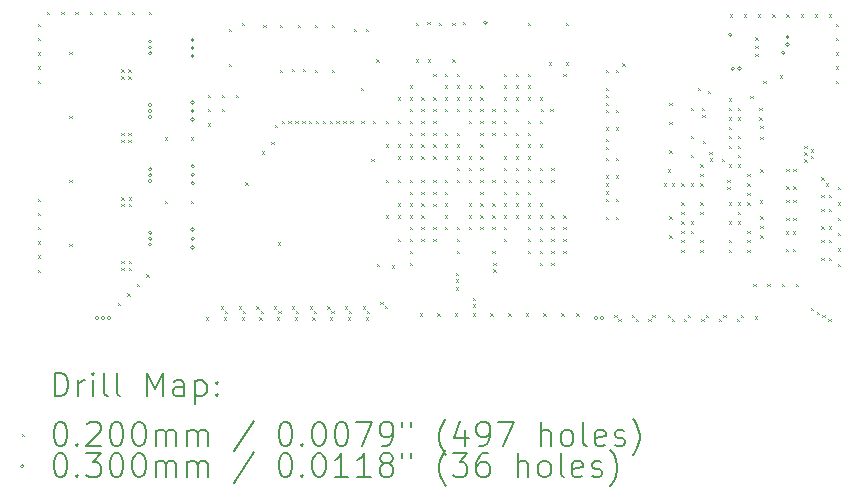
<source format=gbr>
%FSLAX45Y45*%
G04 Gerber Fmt 4.5, Leading zero omitted, Abs format (unit mm)*
G04 Created by KiCad (PCBNEW (6.0.4)) date 2022-07-06 17:02:18*
%MOMM*%
%LPD*%
G01*
G04 APERTURE LIST*
%ADD10C,0.200000*%
%ADD11C,0.020000*%
%ADD12C,0.030000*%
G04 APERTURE END LIST*
D10*
D11*
X10707500Y-8000500D02*
X10727500Y-8020500D01*
X10727500Y-8000500D02*
X10707500Y-8020500D01*
X10707500Y-8120500D02*
X10727500Y-8140500D01*
X10727500Y-8120500D02*
X10707500Y-8140500D01*
X10707500Y-8240500D02*
X10727500Y-8260500D01*
X10727500Y-8240500D02*
X10707500Y-8260500D01*
X10707500Y-8360500D02*
X10727500Y-8380500D01*
X10727500Y-8360500D02*
X10707500Y-8380500D01*
X10707500Y-8480500D02*
X10727500Y-8500500D01*
X10727500Y-8480500D02*
X10707500Y-8500500D01*
X10707500Y-9480500D02*
X10727500Y-9500500D01*
X10727500Y-9480500D02*
X10707500Y-9500500D01*
X10707500Y-9600500D02*
X10727500Y-9620500D01*
X10727500Y-9600500D02*
X10707500Y-9620500D01*
X10707500Y-9720500D02*
X10727500Y-9740500D01*
X10727500Y-9720500D02*
X10707500Y-9740500D01*
X10707500Y-9840500D02*
X10727500Y-9860500D01*
X10727500Y-9840500D02*
X10707500Y-9860500D01*
X10707500Y-9960500D02*
X10727500Y-9980500D01*
X10727500Y-9960500D02*
X10707500Y-9980500D01*
X10707500Y-10080500D02*
X10727500Y-10100500D01*
X10727500Y-10080500D02*
X10707500Y-10100500D01*
X10787500Y-7900500D02*
X10807500Y-7920500D01*
X10807500Y-7900500D02*
X10787500Y-7920500D01*
X10907500Y-7900500D02*
X10927500Y-7920500D01*
X10927500Y-7900500D02*
X10907500Y-7920500D01*
X10975000Y-8238000D02*
X10995000Y-8258000D01*
X10995000Y-8238000D02*
X10975000Y-8258000D01*
X10975000Y-8777000D02*
X10995000Y-8797000D01*
X10995000Y-8777000D02*
X10975000Y-8797000D01*
X10976000Y-9321000D02*
X10996000Y-9341000D01*
X10996000Y-9321000D02*
X10976000Y-9341000D01*
X10976000Y-9861000D02*
X10996000Y-9881000D01*
X10996000Y-9861000D02*
X10976000Y-9881000D01*
X11027500Y-7900500D02*
X11047500Y-7920500D01*
X11047500Y-7900500D02*
X11027500Y-7920500D01*
X11147500Y-7900500D02*
X11167500Y-7920500D01*
X11167500Y-7900500D02*
X11147500Y-7920500D01*
X11267500Y-7900500D02*
X11287500Y-7920500D01*
X11287500Y-7900500D02*
X11267500Y-7920500D01*
X11387500Y-7900500D02*
X11407500Y-7920500D01*
X11407500Y-7900500D02*
X11387500Y-7920500D01*
X11387500Y-10360500D02*
X11407500Y-10380500D01*
X11407500Y-10360500D02*
X11387500Y-10380500D01*
X11416000Y-8386000D02*
X11436000Y-8406000D01*
X11436000Y-8386000D02*
X11416000Y-8406000D01*
X11416000Y-8443000D02*
X11436000Y-8463000D01*
X11436000Y-8443000D02*
X11416000Y-8463000D01*
X11416000Y-8925000D02*
X11436000Y-8945000D01*
X11436000Y-8925000D02*
X11416000Y-8945000D01*
X11416000Y-8982000D02*
X11436000Y-9002000D01*
X11436000Y-8982000D02*
X11416000Y-9002000D01*
X11417000Y-9469000D02*
X11437000Y-9489000D01*
X11437000Y-9469000D02*
X11417000Y-9489000D01*
X11417000Y-9526000D02*
X11437000Y-9546000D01*
X11437000Y-9526000D02*
X11417000Y-9546000D01*
X11417000Y-10006000D02*
X11437000Y-10026000D01*
X11437000Y-10006000D02*
X11417000Y-10026000D01*
X11417000Y-10063000D02*
X11437000Y-10083000D01*
X11437000Y-10063000D02*
X11417000Y-10083000D01*
X11467500Y-10280500D02*
X11487500Y-10300500D01*
X11487500Y-10280500D02*
X11467500Y-10300500D01*
X11477000Y-8386000D02*
X11497000Y-8406000D01*
X11497000Y-8386000D02*
X11477000Y-8406000D01*
X11477000Y-8443000D02*
X11497000Y-8463000D01*
X11497000Y-8443000D02*
X11477000Y-8463000D01*
X11477000Y-8925000D02*
X11497000Y-8945000D01*
X11497000Y-8925000D02*
X11477000Y-8945000D01*
X11477000Y-8982000D02*
X11497000Y-9002000D01*
X11497000Y-8982000D02*
X11477000Y-9002000D01*
X11478000Y-9469000D02*
X11498000Y-9489000D01*
X11498000Y-9469000D02*
X11478000Y-9489000D01*
X11478000Y-9526000D02*
X11498000Y-9546000D01*
X11498000Y-9526000D02*
X11478000Y-9546000D01*
X11478000Y-10006000D02*
X11498000Y-10026000D01*
X11498000Y-10006000D02*
X11478000Y-10026000D01*
X11478000Y-10063000D02*
X11498000Y-10083000D01*
X11498000Y-10063000D02*
X11478000Y-10083000D01*
X11507500Y-7900500D02*
X11527500Y-7920500D01*
X11527500Y-7900500D02*
X11507500Y-7920500D01*
X11547500Y-10200500D02*
X11567500Y-10220500D01*
X11567500Y-10200500D02*
X11547500Y-10220500D01*
X11627500Y-10120500D02*
X11647500Y-10140500D01*
X11647500Y-10120500D02*
X11627500Y-10140500D01*
X11647500Y-7900500D02*
X11667500Y-7920500D01*
X11667500Y-7900500D02*
X11647500Y-7920500D01*
X11787500Y-8960500D02*
X11807500Y-8980500D01*
X11807500Y-8960500D02*
X11787500Y-8980500D01*
X11787500Y-9500500D02*
X11807500Y-9520500D01*
X11807500Y-9500500D02*
X11787500Y-9520500D01*
X12007500Y-8960500D02*
X12027500Y-8980500D01*
X12027500Y-8960500D02*
X12007500Y-8980500D01*
X12007500Y-9500500D02*
X12027500Y-9520500D01*
X12027500Y-9500500D02*
X12007500Y-9520500D01*
X12129500Y-10485500D02*
X12149500Y-10505500D01*
X12149500Y-10485500D02*
X12129500Y-10505500D01*
X12147500Y-8600500D02*
X12167500Y-8620500D01*
X12167500Y-8600500D02*
X12147500Y-8620500D01*
X12147500Y-8720500D02*
X12167500Y-8740500D01*
X12167500Y-8720500D02*
X12147500Y-8740500D01*
X12147500Y-8840500D02*
X12167500Y-8860500D01*
X12167500Y-8840500D02*
X12147500Y-8860500D01*
X12259822Y-10392822D02*
X12279822Y-10412822D01*
X12279822Y-10392822D02*
X12259822Y-10412822D01*
X12267500Y-8600500D02*
X12287500Y-8620500D01*
X12287500Y-8600500D02*
X12267500Y-8620500D01*
X12267500Y-8720500D02*
X12287500Y-8740500D01*
X12287500Y-8720500D02*
X12267500Y-8740500D01*
X12284500Y-10485500D02*
X12304500Y-10505500D01*
X12304500Y-10485500D02*
X12284500Y-10505500D01*
X12295178Y-10428178D02*
X12315178Y-10448178D01*
X12315178Y-10428178D02*
X12295178Y-10448178D01*
X12327500Y-8040500D02*
X12347500Y-8060500D01*
X12347500Y-8040500D02*
X12327500Y-8060500D01*
X12327500Y-8340500D02*
X12347500Y-8360500D01*
X12347500Y-8340500D02*
X12327500Y-8360500D01*
X12387500Y-8600500D02*
X12407500Y-8620500D01*
X12407500Y-8600500D02*
X12387500Y-8620500D01*
X12409822Y-10392822D02*
X12429822Y-10412822D01*
X12429822Y-10392822D02*
X12409822Y-10412822D01*
X12434500Y-10485500D02*
X12454500Y-10505500D01*
X12454500Y-10485500D02*
X12434500Y-10505500D01*
X12439000Y-7993500D02*
X12459000Y-8013500D01*
X12459000Y-7993500D02*
X12439000Y-8013500D01*
X12445178Y-10428178D02*
X12465178Y-10448178D01*
X12465178Y-10428178D02*
X12445178Y-10448178D01*
X12467500Y-9340500D02*
X12487500Y-9360500D01*
X12487500Y-9340500D02*
X12467500Y-9360500D01*
X12559822Y-10392822D02*
X12579822Y-10412822D01*
X12579822Y-10392822D02*
X12559822Y-10412822D01*
X12584500Y-10485500D02*
X12604500Y-10505500D01*
X12604500Y-10485500D02*
X12584500Y-10505500D01*
X12595178Y-10428178D02*
X12615178Y-10448178D01*
X12615178Y-10428178D02*
X12595178Y-10448178D01*
X12607500Y-9080500D02*
X12627500Y-9100500D01*
X12627500Y-9080500D02*
X12607500Y-9100500D01*
X12617500Y-8010500D02*
X12637500Y-8030500D01*
X12637500Y-8010500D02*
X12617500Y-8030500D01*
X12687500Y-9000500D02*
X12707500Y-9020500D01*
X12707500Y-9000500D02*
X12687500Y-9020500D01*
X12709822Y-10392822D02*
X12729822Y-10412822D01*
X12729822Y-10392822D02*
X12709822Y-10412822D01*
X12716500Y-8852500D02*
X12736500Y-8872500D01*
X12736500Y-8852500D02*
X12716500Y-8872500D01*
X12734500Y-10485500D02*
X12754500Y-10505500D01*
X12754500Y-10485500D02*
X12734500Y-10505500D01*
X12742500Y-9850500D02*
X12762500Y-9870500D01*
X12762500Y-9850500D02*
X12742500Y-9870500D01*
X12745178Y-10428178D02*
X12765178Y-10448178D01*
X12765178Y-10428178D02*
X12745178Y-10448178D01*
X12759500Y-8010500D02*
X12779500Y-8030500D01*
X12779500Y-8010500D02*
X12759500Y-8030500D01*
X12759500Y-8391500D02*
X12779500Y-8411500D01*
X12779500Y-8391500D02*
X12759500Y-8411500D01*
X12773500Y-8821500D02*
X12793500Y-8841500D01*
X12793500Y-8821500D02*
X12773500Y-8841500D01*
X12831600Y-8821500D02*
X12851600Y-8841500D01*
X12851600Y-8821500D02*
X12831600Y-8841500D01*
X12859822Y-10392822D02*
X12879822Y-10412822D01*
X12879822Y-10392822D02*
X12859822Y-10412822D01*
X12861500Y-8380500D02*
X12881500Y-8400500D01*
X12881500Y-8380500D02*
X12861500Y-8400500D01*
X12884500Y-10485500D02*
X12904500Y-10505500D01*
X12904500Y-10485500D02*
X12884500Y-10505500D01*
X12889700Y-8821500D02*
X12909700Y-8841500D01*
X12909700Y-8821500D02*
X12889700Y-8841500D01*
X12895178Y-10428178D02*
X12915178Y-10448178D01*
X12915178Y-10428178D02*
X12895178Y-10448178D01*
X12908500Y-8010500D02*
X12928500Y-8030500D01*
X12928500Y-8010500D02*
X12908500Y-8030500D01*
X12947800Y-8821500D02*
X12967800Y-8841500D01*
X12967800Y-8821500D02*
X12947800Y-8841500D01*
X12955500Y-8380500D02*
X12975500Y-8400500D01*
X12975500Y-8380500D02*
X12955500Y-8400500D01*
X13005900Y-8821500D02*
X13025900Y-8841500D01*
X13025900Y-8821500D02*
X13005900Y-8841500D01*
X13009822Y-10392822D02*
X13029822Y-10412822D01*
X13029822Y-10392822D02*
X13009822Y-10412822D01*
X13034500Y-10485500D02*
X13054500Y-10505500D01*
X13054500Y-10485500D02*
X13034500Y-10505500D01*
X13045178Y-10428178D02*
X13065178Y-10448178D01*
X13065178Y-10428178D02*
X13045178Y-10448178D01*
X13057500Y-8010500D02*
X13077500Y-8030500D01*
X13077500Y-8010500D02*
X13057500Y-8030500D01*
X13057500Y-8391500D02*
X13077500Y-8411500D01*
X13077500Y-8391500D02*
X13057500Y-8411500D01*
X13064000Y-8821500D02*
X13084000Y-8841500D01*
X13084000Y-8821500D02*
X13064000Y-8841500D01*
X13122100Y-8821500D02*
X13142100Y-8841500D01*
X13142100Y-8821500D02*
X13122100Y-8841500D01*
X13159822Y-10392822D02*
X13179822Y-10412822D01*
X13179822Y-10392822D02*
X13159822Y-10412822D01*
X13180200Y-8821500D02*
X13200200Y-8841500D01*
X13200200Y-8821500D02*
X13180200Y-8841500D01*
X13184500Y-10485500D02*
X13204500Y-10505500D01*
X13204500Y-10485500D02*
X13184500Y-10505500D01*
X13195178Y-10428178D02*
X13215178Y-10448178D01*
X13215178Y-10428178D02*
X13195178Y-10448178D01*
X13197500Y-8010500D02*
X13217500Y-8030500D01*
X13217500Y-8010500D02*
X13197500Y-8030500D01*
X13197500Y-8391500D02*
X13217500Y-8411500D01*
X13217500Y-8391500D02*
X13197500Y-8411500D01*
X13238300Y-8821500D02*
X13258300Y-8841500D01*
X13258300Y-8821500D02*
X13238300Y-8841500D01*
X13296400Y-8821500D02*
X13316400Y-8841500D01*
X13316400Y-8821500D02*
X13296400Y-8841500D01*
X13309822Y-10392822D02*
X13329822Y-10412822D01*
X13329822Y-10392822D02*
X13309822Y-10412822D01*
X13334500Y-10485500D02*
X13354500Y-10505500D01*
X13354500Y-10485500D02*
X13334500Y-10505500D01*
X13345178Y-10428178D02*
X13365178Y-10448178D01*
X13365178Y-10428178D02*
X13345178Y-10448178D01*
X13354500Y-8821500D02*
X13374500Y-8841500D01*
X13374500Y-8821500D02*
X13354500Y-8841500D01*
X13387500Y-8040500D02*
X13407500Y-8060500D01*
X13407500Y-8040500D02*
X13387500Y-8060500D01*
X13445500Y-8540500D02*
X13465500Y-8560500D01*
X13465500Y-8540500D02*
X13445500Y-8560500D01*
X13447500Y-8820500D02*
X13467500Y-8840500D01*
X13467500Y-8820500D02*
X13447500Y-8840500D01*
X13459822Y-10392822D02*
X13479822Y-10412822D01*
X13479822Y-10392822D02*
X13459822Y-10412822D01*
X13484500Y-10485500D02*
X13504500Y-10505500D01*
X13504500Y-10485500D02*
X13484500Y-10505500D01*
X13487500Y-8040500D02*
X13507500Y-8060500D01*
X13507500Y-8040500D02*
X13487500Y-8060500D01*
X13495178Y-10428178D02*
X13515178Y-10448178D01*
X13515178Y-10428178D02*
X13495178Y-10448178D01*
X13532575Y-9140895D02*
X13552575Y-9160895D01*
X13552575Y-9140895D02*
X13532575Y-9160895D01*
X13547500Y-8820500D02*
X13567500Y-8840500D01*
X13567500Y-8820500D02*
X13547500Y-8840500D01*
X13575500Y-8300000D02*
X13595500Y-8320000D01*
X13595500Y-8300000D02*
X13575500Y-8320000D01*
X13579500Y-10032500D02*
X13599500Y-10052500D01*
X13599500Y-10032500D02*
X13579500Y-10052500D01*
X13609822Y-10352822D02*
X13629822Y-10372822D01*
X13629822Y-10352822D02*
X13609822Y-10372822D01*
X13645178Y-10388178D02*
X13665178Y-10408178D01*
X13665178Y-10388178D02*
X13645178Y-10408178D01*
X13657500Y-8821000D02*
X13677500Y-8841000D01*
X13677500Y-8821000D02*
X13657500Y-8841000D01*
X13657500Y-9021000D02*
X13677500Y-9041000D01*
X13677500Y-9021000D02*
X13657500Y-9041000D01*
X13657500Y-9321000D02*
X13677500Y-9341000D01*
X13677500Y-9321000D02*
X13657500Y-9341000D01*
X13657500Y-9621000D02*
X13677500Y-9641000D01*
X13677500Y-9621000D02*
X13657500Y-9641000D01*
X13707500Y-10045500D02*
X13727500Y-10065500D01*
X13727500Y-10045500D02*
X13707500Y-10065500D01*
X13757500Y-8620500D02*
X13777500Y-8640500D01*
X13777500Y-8620500D02*
X13757500Y-8640500D01*
X13757500Y-8820500D02*
X13777500Y-8840500D01*
X13777500Y-8820500D02*
X13757500Y-8840500D01*
X13757500Y-9020500D02*
X13777500Y-9040500D01*
X13777500Y-9020500D02*
X13757500Y-9040500D01*
X13757500Y-9121000D02*
X13777500Y-9141000D01*
X13777500Y-9121000D02*
X13757500Y-9141000D01*
X13757500Y-9321000D02*
X13777500Y-9341000D01*
X13777500Y-9321000D02*
X13757500Y-9341000D01*
X13757500Y-9520500D02*
X13777500Y-9540500D01*
X13777500Y-9520500D02*
X13757500Y-9540500D01*
X13757500Y-9620500D02*
X13777500Y-9640500D01*
X13777500Y-9620500D02*
X13757500Y-9640500D01*
X13757500Y-9820500D02*
X13777500Y-9840500D01*
X13777500Y-9820500D02*
X13757500Y-9840500D01*
X13857500Y-8920500D02*
X13877500Y-8940500D01*
X13877500Y-8920500D02*
X13857500Y-8940500D01*
X13857500Y-9320500D02*
X13877500Y-9340500D01*
X13877500Y-9320500D02*
X13857500Y-9340500D01*
X13857500Y-9820500D02*
X13877500Y-9840500D01*
X13877500Y-9820500D02*
X13857500Y-9840500D01*
X13857500Y-8520500D02*
X13877500Y-8540500D01*
X13877500Y-8520500D02*
X13857500Y-8540500D01*
X13857500Y-8620500D02*
X13877500Y-8640500D01*
X13877500Y-8620500D02*
X13857500Y-8640500D01*
X13857500Y-8720500D02*
X13877500Y-8740500D01*
X13877500Y-8720500D02*
X13857500Y-8740500D01*
X13857500Y-8820500D02*
X13877500Y-8840500D01*
X13877500Y-8820500D02*
X13857500Y-8840500D01*
X13857500Y-9020500D02*
X13877500Y-9040500D01*
X13877500Y-9020500D02*
X13857500Y-9040500D01*
X13857500Y-9120500D02*
X13877500Y-9140500D01*
X13877500Y-9120500D02*
X13857500Y-9140500D01*
X13857500Y-9420500D02*
X13877500Y-9440500D01*
X13877500Y-9420500D02*
X13857500Y-9440500D01*
X13857500Y-9520500D02*
X13877500Y-9540500D01*
X13877500Y-9520500D02*
X13857500Y-9540500D01*
X13857500Y-9620500D02*
X13877500Y-9640500D01*
X13877500Y-9620500D02*
X13857500Y-9640500D01*
X13857500Y-9720500D02*
X13877500Y-9740500D01*
X13877500Y-9720500D02*
X13857500Y-9740500D01*
X13857500Y-9920500D02*
X13877500Y-9940500D01*
X13877500Y-9920500D02*
X13857500Y-9940500D01*
X13857500Y-10021000D02*
X13877500Y-10041000D01*
X13877500Y-10021000D02*
X13857500Y-10041000D01*
X13909736Y-8300000D02*
X13929736Y-8320000D01*
X13929736Y-8300000D02*
X13909736Y-8320000D01*
X13909750Y-7990000D02*
X13929750Y-8010000D01*
X13929750Y-7990000D02*
X13909750Y-8010000D01*
X13943500Y-10450500D02*
X13963500Y-10470500D01*
X13963500Y-10450500D02*
X13943500Y-10470500D01*
X13957500Y-8620500D02*
X13977500Y-8640500D01*
X13977500Y-8620500D02*
X13957500Y-8640500D01*
X13957500Y-8720500D02*
X13977500Y-8740500D01*
X13977500Y-8720500D02*
X13957500Y-8740500D01*
X13957500Y-8820500D02*
X13977500Y-8840500D01*
X13977500Y-8820500D02*
X13957500Y-8840500D01*
X13957500Y-8920500D02*
X13977500Y-8940500D01*
X13977500Y-8920500D02*
X13957500Y-8940500D01*
X13957500Y-9020500D02*
X13977500Y-9040500D01*
X13977500Y-9020500D02*
X13957500Y-9040500D01*
X13957500Y-9121000D02*
X13977500Y-9141000D01*
X13977500Y-9121000D02*
X13957500Y-9141000D01*
X13957500Y-9320500D02*
X13977500Y-9340500D01*
X13977500Y-9320500D02*
X13957500Y-9340500D01*
X13957500Y-9420500D02*
X13977500Y-9440500D01*
X13977500Y-9420500D02*
X13957500Y-9440500D01*
X13957500Y-9520500D02*
X13977500Y-9540500D01*
X13977500Y-9520500D02*
X13957500Y-9540500D01*
X13957500Y-9620500D02*
X13977500Y-9640500D01*
X13977500Y-9620500D02*
X13957500Y-9640500D01*
X13957500Y-9720500D02*
X13977500Y-9740500D01*
X13977500Y-9720500D02*
X13957500Y-9740500D01*
X13957500Y-9820500D02*
X13977500Y-9840500D01*
X13977500Y-9820500D02*
X13957500Y-9840500D01*
X14007500Y-7980500D02*
X14027500Y-8000500D01*
X14027500Y-7980500D02*
X14007500Y-8000500D01*
X14010000Y-8300000D02*
X14030000Y-8320000D01*
X14030000Y-8300000D02*
X14010000Y-8320000D01*
X14057500Y-9120500D02*
X14077500Y-9140500D01*
X14077500Y-9120500D02*
X14057500Y-9140500D01*
X14057500Y-8420500D02*
X14077500Y-8440500D01*
X14077500Y-8420500D02*
X14057500Y-8440500D01*
X14057500Y-8620500D02*
X14077500Y-8640500D01*
X14077500Y-8620500D02*
X14057500Y-8640500D01*
X14057500Y-8720500D02*
X14077500Y-8740500D01*
X14077500Y-8720500D02*
X14057500Y-8740500D01*
X14057500Y-8820500D02*
X14077500Y-8840500D01*
X14077500Y-8820500D02*
X14057500Y-8840500D01*
X14057500Y-8920500D02*
X14077500Y-8940500D01*
X14077500Y-8920500D02*
X14057500Y-8940500D01*
X14057500Y-9020500D02*
X14077500Y-9040500D01*
X14077500Y-9020500D02*
X14057500Y-9040500D01*
X14057500Y-9320500D02*
X14077500Y-9340500D01*
X14077500Y-9320500D02*
X14057500Y-9340500D01*
X14057500Y-9420500D02*
X14077500Y-9440500D01*
X14077500Y-9420500D02*
X14057500Y-9440500D01*
X14057500Y-9521000D02*
X14077500Y-9541000D01*
X14077500Y-9521000D02*
X14057500Y-9541000D01*
X14057500Y-9720500D02*
X14077500Y-9740500D01*
X14077500Y-9720500D02*
X14057500Y-9740500D01*
X14057500Y-9820500D02*
X14077500Y-9840500D01*
X14077500Y-9820500D02*
X14057500Y-9840500D01*
X14093125Y-10450500D02*
X14113125Y-10470500D01*
X14113125Y-10450500D02*
X14093125Y-10470500D01*
X14107250Y-7990000D02*
X14127250Y-8010000D01*
X14127250Y-7990000D02*
X14107250Y-8010000D01*
X14157500Y-8420500D02*
X14177500Y-8440500D01*
X14177500Y-8420500D02*
X14157500Y-8440500D01*
X14157500Y-8520500D02*
X14177500Y-8540500D01*
X14177500Y-8520500D02*
X14157500Y-8540500D01*
X14157500Y-8620500D02*
X14177500Y-8640500D01*
X14177500Y-8620500D02*
X14157500Y-8640500D01*
X14157500Y-8720500D02*
X14177500Y-8740500D01*
X14177500Y-8720500D02*
X14157500Y-8740500D01*
X14157500Y-8921000D02*
X14177500Y-8941000D01*
X14177500Y-8921000D02*
X14157500Y-8941000D01*
X14157500Y-9021000D02*
X14177500Y-9041000D01*
X14177500Y-9021000D02*
X14157500Y-9041000D01*
X14157500Y-9320500D02*
X14177500Y-9340500D01*
X14177500Y-9320500D02*
X14157500Y-9340500D01*
X14157500Y-9420500D02*
X14177500Y-9440500D01*
X14177500Y-9420500D02*
X14157500Y-9440500D01*
X14157500Y-9520500D02*
X14177500Y-9540500D01*
X14177500Y-9520500D02*
X14157500Y-9540500D01*
X14157500Y-9620500D02*
X14177500Y-9640500D01*
X14177500Y-9620500D02*
X14157500Y-9640500D01*
X14157500Y-9720500D02*
X14177500Y-9740500D01*
X14177500Y-9720500D02*
X14157500Y-9740500D01*
X14157500Y-9120500D02*
X14177500Y-9140500D01*
X14177500Y-9120500D02*
X14157500Y-9140500D01*
X14219250Y-7991000D02*
X14239250Y-8011000D01*
X14239250Y-7991000D02*
X14219250Y-8011000D01*
X14220000Y-8300000D02*
X14240000Y-8320000D01*
X14240000Y-8300000D02*
X14220000Y-8320000D01*
X14242750Y-10450500D02*
X14262750Y-10470500D01*
X14262750Y-10450500D02*
X14242750Y-10470500D01*
X14250000Y-10108000D02*
X14270000Y-10128000D01*
X14270000Y-10108000D02*
X14250000Y-10128000D01*
X14250000Y-10163000D02*
X14270000Y-10183000D01*
X14270000Y-10163000D02*
X14250000Y-10183000D01*
X14250500Y-10231500D02*
X14270500Y-10251500D01*
X14270500Y-10231500D02*
X14250500Y-10251500D01*
X14257500Y-8420500D02*
X14277500Y-8440500D01*
X14277500Y-8420500D02*
X14257500Y-8440500D01*
X14257500Y-8520500D02*
X14277500Y-8540500D01*
X14277500Y-8520500D02*
X14257500Y-8540500D01*
X14257500Y-8620500D02*
X14277500Y-8640500D01*
X14277500Y-8620500D02*
X14257500Y-8640500D01*
X14257500Y-8720500D02*
X14277500Y-8740500D01*
X14277500Y-8720500D02*
X14257500Y-8740500D01*
X14257500Y-8920500D02*
X14277500Y-8940500D01*
X14277500Y-8920500D02*
X14257500Y-8940500D01*
X14257500Y-9020500D02*
X14277500Y-9040500D01*
X14277500Y-9020500D02*
X14257500Y-9040500D01*
X14257500Y-9120500D02*
X14277500Y-9140500D01*
X14277500Y-9120500D02*
X14257500Y-9140500D01*
X14257500Y-9220500D02*
X14277500Y-9240500D01*
X14277500Y-9220500D02*
X14257500Y-9240500D01*
X14257500Y-9321000D02*
X14277500Y-9341000D01*
X14277500Y-9321000D02*
X14257500Y-9341000D01*
X14257500Y-9720500D02*
X14277500Y-9740500D01*
X14277500Y-9720500D02*
X14257500Y-9740500D01*
X14257500Y-9821000D02*
X14277500Y-9841000D01*
X14277500Y-9821000D02*
X14257500Y-9841000D01*
X14257500Y-9920500D02*
X14277500Y-9940500D01*
X14277500Y-9920500D02*
X14257500Y-9940500D01*
X14307500Y-7980500D02*
X14327500Y-8000500D01*
X14327500Y-7980500D02*
X14307500Y-8000500D01*
X14357500Y-8520500D02*
X14377500Y-8540500D01*
X14377500Y-8520500D02*
X14357500Y-8540500D01*
X14357500Y-8620500D02*
X14377500Y-8640500D01*
X14377500Y-8620500D02*
X14357500Y-8640500D01*
X14357500Y-8721000D02*
X14377500Y-8741000D01*
X14377500Y-8721000D02*
X14357500Y-8741000D01*
X14357500Y-8820500D02*
X14377500Y-8840500D01*
X14377500Y-8820500D02*
X14357500Y-8840500D01*
X14357500Y-9120500D02*
X14377500Y-9140500D01*
X14377500Y-9120500D02*
X14357500Y-9140500D01*
X14357500Y-9221000D02*
X14377500Y-9241000D01*
X14377500Y-9221000D02*
X14357500Y-9241000D01*
X14357500Y-9320500D02*
X14377500Y-9340500D01*
X14377500Y-9320500D02*
X14357500Y-9340500D01*
X14357500Y-9520500D02*
X14377500Y-9540500D01*
X14377500Y-9520500D02*
X14357500Y-9540500D01*
X14357500Y-9620500D02*
X14377500Y-9640500D01*
X14377500Y-9620500D02*
X14357500Y-9640500D01*
X14357500Y-9721000D02*
X14377500Y-9741000D01*
X14377500Y-9721000D02*
X14357500Y-9741000D01*
X14392375Y-10450500D02*
X14412375Y-10470500D01*
X14412375Y-10450500D02*
X14392375Y-10470500D01*
X14392500Y-10320500D02*
X14412500Y-10340500D01*
X14412500Y-10320500D02*
X14392500Y-10340500D01*
X14392500Y-10375500D02*
X14412500Y-10395500D01*
X14412500Y-10375500D02*
X14392500Y-10395500D01*
X14457500Y-8521000D02*
X14477500Y-8541000D01*
X14477500Y-8521000D02*
X14457500Y-8541000D01*
X14457500Y-8621000D02*
X14477500Y-8641000D01*
X14477500Y-8621000D02*
X14457500Y-8641000D01*
X14457500Y-8720500D02*
X14477500Y-8740500D01*
X14477500Y-8720500D02*
X14457500Y-8740500D01*
X14457500Y-8820500D02*
X14477500Y-8840500D01*
X14477500Y-8820500D02*
X14457500Y-8840500D01*
X14457500Y-8920500D02*
X14477500Y-8940500D01*
X14477500Y-8920500D02*
X14457500Y-8940500D01*
X14457500Y-9021000D02*
X14477500Y-9041000D01*
X14477500Y-9021000D02*
X14457500Y-9041000D01*
X14457500Y-9121000D02*
X14477500Y-9141000D01*
X14477500Y-9121000D02*
X14457500Y-9141000D01*
X14457500Y-9220500D02*
X14477500Y-9240500D01*
X14477500Y-9220500D02*
X14457500Y-9240500D01*
X14457500Y-9320500D02*
X14477500Y-9340500D01*
X14477500Y-9320500D02*
X14457500Y-9340500D01*
X14457500Y-9420500D02*
X14477500Y-9440500D01*
X14477500Y-9420500D02*
X14457500Y-9440500D01*
X14457500Y-9520500D02*
X14477500Y-9540500D01*
X14477500Y-9520500D02*
X14457500Y-9540500D01*
X14457500Y-9721000D02*
X14477500Y-9741000D01*
X14477500Y-9721000D02*
X14457500Y-9741000D01*
X14457500Y-9620500D02*
X14477500Y-9640500D01*
X14477500Y-9620500D02*
X14457500Y-9640500D01*
X14542000Y-10450500D02*
X14562000Y-10470500D01*
X14562000Y-10450500D02*
X14542000Y-10470500D01*
X14557500Y-8720500D02*
X14577500Y-8740500D01*
X14577500Y-8720500D02*
X14557500Y-8740500D01*
X14557500Y-8820500D02*
X14577500Y-8840500D01*
X14577500Y-8820500D02*
X14557500Y-8840500D01*
X14557500Y-8920500D02*
X14577500Y-8940500D01*
X14577500Y-8920500D02*
X14557500Y-8940500D01*
X14557500Y-9320500D02*
X14577500Y-9340500D01*
X14577500Y-9320500D02*
X14557500Y-9340500D01*
X14557500Y-9520500D02*
X14577500Y-9540500D01*
X14577500Y-9520500D02*
X14557500Y-9540500D01*
X14557500Y-9620500D02*
X14577500Y-9640500D01*
X14577500Y-9620500D02*
X14557500Y-9640500D01*
X14557500Y-9720500D02*
X14577500Y-9740500D01*
X14577500Y-9720500D02*
X14557500Y-9740500D01*
X14557500Y-9920500D02*
X14577500Y-9940500D01*
X14577500Y-9920500D02*
X14557500Y-9940500D01*
X14567500Y-10023000D02*
X14587500Y-10043000D01*
X14587500Y-10023000D02*
X14567500Y-10043000D01*
X14567500Y-10078000D02*
X14587500Y-10098000D01*
X14587500Y-10078000D02*
X14567500Y-10098000D01*
X14657500Y-8420500D02*
X14677500Y-8440500D01*
X14677500Y-8420500D02*
X14657500Y-8440500D01*
X14657500Y-8520500D02*
X14677500Y-8540500D01*
X14677500Y-8520500D02*
X14657500Y-8540500D01*
X14657500Y-8620500D02*
X14677500Y-8640500D01*
X14677500Y-8620500D02*
X14657500Y-8640500D01*
X14657500Y-8720500D02*
X14677500Y-8740500D01*
X14677500Y-8720500D02*
X14657500Y-8740500D01*
X14657500Y-8820500D02*
X14677500Y-8840500D01*
X14677500Y-8820500D02*
X14657500Y-8840500D01*
X14657500Y-9120500D02*
X14677500Y-9140500D01*
X14677500Y-9120500D02*
X14657500Y-9140500D01*
X14657500Y-9220500D02*
X14677500Y-9240500D01*
X14677500Y-9220500D02*
X14657500Y-9240500D01*
X14657500Y-9520500D02*
X14677500Y-9540500D01*
X14677500Y-9520500D02*
X14657500Y-9540500D01*
X14657500Y-9620500D02*
X14677500Y-9640500D01*
X14677500Y-9620500D02*
X14657500Y-9640500D01*
X14657500Y-9720500D02*
X14677500Y-9740500D01*
X14677500Y-9720500D02*
X14657500Y-9740500D01*
X14657500Y-8920500D02*
X14677500Y-8940500D01*
X14677500Y-8920500D02*
X14657500Y-8940500D01*
X14657500Y-9320500D02*
X14677500Y-9340500D01*
X14677500Y-9320500D02*
X14657500Y-9340500D01*
X14657500Y-9420500D02*
X14677500Y-9440500D01*
X14677500Y-9420500D02*
X14657500Y-9440500D01*
X14657500Y-9820500D02*
X14677500Y-9840500D01*
X14677500Y-9820500D02*
X14657500Y-9840500D01*
X14691625Y-10450500D02*
X14711625Y-10470500D01*
X14711625Y-10450500D02*
X14691625Y-10470500D01*
X14757500Y-8920500D02*
X14777500Y-8940500D01*
X14777500Y-8920500D02*
X14757500Y-8940500D01*
X14757500Y-8420500D02*
X14777500Y-8440500D01*
X14777500Y-8420500D02*
X14757500Y-8440500D01*
X14757500Y-8520500D02*
X14777500Y-8540500D01*
X14777500Y-8520500D02*
X14757500Y-8540500D01*
X14757500Y-8620500D02*
X14777500Y-8640500D01*
X14777500Y-8620500D02*
X14757500Y-8640500D01*
X14757500Y-8720500D02*
X14777500Y-8740500D01*
X14777500Y-8720500D02*
X14757500Y-8740500D01*
X14757500Y-9020500D02*
X14777500Y-9040500D01*
X14777500Y-9020500D02*
X14757500Y-9040500D01*
X14757500Y-9120500D02*
X14777500Y-9140500D01*
X14777500Y-9120500D02*
X14757500Y-9140500D01*
X14757500Y-9220500D02*
X14777500Y-9240500D01*
X14777500Y-9220500D02*
X14757500Y-9240500D01*
X14757500Y-9320500D02*
X14777500Y-9340500D01*
X14777500Y-9320500D02*
X14757500Y-9340500D01*
X14757500Y-9420500D02*
X14777500Y-9440500D01*
X14777500Y-9420500D02*
X14757500Y-9440500D01*
X14757500Y-9520500D02*
X14777500Y-9540500D01*
X14777500Y-9520500D02*
X14757500Y-9540500D01*
X14757500Y-9620500D02*
X14777500Y-9640500D01*
X14777500Y-9620500D02*
X14757500Y-9640500D01*
X14841250Y-10450500D02*
X14861250Y-10470500D01*
X14861250Y-10450500D02*
X14841250Y-10470500D01*
X14857500Y-7990000D02*
X14877500Y-8010000D01*
X14877500Y-7990000D02*
X14857500Y-8010000D01*
X14857500Y-8420500D02*
X14877500Y-8440500D01*
X14877500Y-8420500D02*
X14857500Y-8440500D01*
X14857500Y-8520500D02*
X14877500Y-8540500D01*
X14877500Y-8520500D02*
X14857500Y-8540500D01*
X14857500Y-8620500D02*
X14877500Y-8640500D01*
X14877500Y-8620500D02*
X14857500Y-8640500D01*
X14857500Y-8820500D02*
X14877500Y-8840500D01*
X14877500Y-8820500D02*
X14857500Y-8840500D01*
X14857500Y-8920500D02*
X14877500Y-8940500D01*
X14877500Y-8920500D02*
X14857500Y-8940500D01*
X14857500Y-9020500D02*
X14877500Y-9040500D01*
X14877500Y-9020500D02*
X14857500Y-9040500D01*
X14857500Y-9120500D02*
X14877500Y-9140500D01*
X14877500Y-9120500D02*
X14857500Y-9140500D01*
X14857500Y-9220500D02*
X14877500Y-9240500D01*
X14877500Y-9220500D02*
X14857500Y-9240500D01*
X14857500Y-9320500D02*
X14877500Y-9340500D01*
X14877500Y-9320500D02*
X14857500Y-9340500D01*
X14857500Y-9420500D02*
X14877500Y-9440500D01*
X14877500Y-9420500D02*
X14857500Y-9440500D01*
X14857500Y-9520500D02*
X14877500Y-9540500D01*
X14877500Y-9520500D02*
X14857500Y-9540500D01*
X14857500Y-9620500D02*
X14877500Y-9640500D01*
X14877500Y-9620500D02*
X14857500Y-9640500D01*
X14857500Y-9720500D02*
X14877500Y-9740500D01*
X14877500Y-9720500D02*
X14857500Y-9740500D01*
X14857500Y-9820500D02*
X14877500Y-9840500D01*
X14877500Y-9820500D02*
X14857500Y-9840500D01*
X14857500Y-9920500D02*
X14877500Y-9940500D01*
X14877500Y-9920500D02*
X14857500Y-9940500D01*
X14957250Y-10021250D02*
X14977250Y-10041250D01*
X14977250Y-10021250D02*
X14957250Y-10041250D01*
X14957500Y-8620500D02*
X14977500Y-8640500D01*
X14977500Y-8620500D02*
X14957500Y-8640500D01*
X14957500Y-8820500D02*
X14977500Y-8840500D01*
X14977500Y-8820500D02*
X14957500Y-8840500D01*
X14957500Y-9020500D02*
X14977500Y-9040500D01*
X14977500Y-9020500D02*
X14957500Y-9040500D01*
X14957500Y-9220500D02*
X14977500Y-9240500D01*
X14977500Y-9220500D02*
X14957500Y-9240500D01*
X14957500Y-9320500D02*
X14977500Y-9340500D01*
X14977500Y-9320500D02*
X14957500Y-9340500D01*
X14957500Y-9520500D02*
X14977500Y-9540500D01*
X14977500Y-9520500D02*
X14957500Y-9540500D01*
X14957500Y-9620500D02*
X14977500Y-9640500D01*
X14977500Y-9620500D02*
X14957500Y-9640500D01*
X14957500Y-9720500D02*
X14977500Y-9740500D01*
X14977500Y-9720500D02*
X14957500Y-9740500D01*
X14957500Y-9820500D02*
X14977500Y-9840500D01*
X14977500Y-9820500D02*
X14957500Y-9840500D01*
X14957500Y-9920500D02*
X14977500Y-9940500D01*
X14977500Y-9920500D02*
X14957500Y-9940500D01*
X14967500Y-8720500D02*
X14987500Y-8740500D01*
X14987500Y-8720500D02*
X14967500Y-8740500D01*
X14990875Y-10450500D02*
X15010875Y-10470500D01*
X15010875Y-10450500D02*
X14990875Y-10470500D01*
X15034500Y-8325500D02*
X15054500Y-8345500D01*
X15054500Y-8325500D02*
X15034500Y-8345500D01*
X15047500Y-8720500D02*
X15067500Y-8740500D01*
X15067500Y-8720500D02*
X15047500Y-8740500D01*
X15056449Y-9318811D02*
X15076449Y-9338811D01*
X15076449Y-9318811D02*
X15056449Y-9338811D01*
X15057500Y-9220500D02*
X15077500Y-9240500D01*
X15077500Y-9220500D02*
X15057500Y-9240500D01*
X15057500Y-9620500D02*
X15077500Y-9640500D01*
X15077500Y-9620500D02*
X15057500Y-9640500D01*
X15057500Y-9720500D02*
X15077500Y-9740500D01*
X15077500Y-9720500D02*
X15057500Y-9740500D01*
X15057500Y-9820500D02*
X15077500Y-9840500D01*
X15077500Y-9820500D02*
X15057500Y-9840500D01*
X15057500Y-9920500D02*
X15077500Y-9940500D01*
X15077500Y-9920500D02*
X15057500Y-9940500D01*
X15057500Y-10020500D02*
X15077500Y-10040500D01*
X15077500Y-10020500D02*
X15057500Y-10040500D01*
X15140500Y-10450500D02*
X15160500Y-10470500D01*
X15160500Y-10450500D02*
X15140500Y-10470500D01*
X15157500Y-8421000D02*
X15177500Y-8441000D01*
X15177500Y-8421000D02*
X15157500Y-8441000D01*
X15157500Y-9620500D02*
X15177500Y-9640500D01*
X15177500Y-9620500D02*
X15157500Y-9640500D01*
X15157500Y-9720500D02*
X15177500Y-9740500D01*
X15177500Y-9720500D02*
X15157500Y-9740500D01*
X15157500Y-9920500D02*
X15177500Y-9940500D01*
X15177500Y-9920500D02*
X15157500Y-9940500D01*
X15157500Y-9820500D02*
X15177500Y-9840500D01*
X15177500Y-9820500D02*
X15157500Y-9840500D01*
X15178250Y-7990000D02*
X15198250Y-8010000D01*
X15198250Y-7990000D02*
X15178250Y-8010000D01*
X15178500Y-8325000D02*
X15198500Y-8345000D01*
X15198500Y-8325000D02*
X15178500Y-8345000D01*
X15268500Y-10450500D02*
X15288500Y-10470500D01*
X15288500Y-10450500D02*
X15268500Y-10470500D01*
X15517500Y-8971500D02*
X15537500Y-8991500D01*
X15537500Y-8971500D02*
X15517500Y-8991500D01*
X15517500Y-9041500D02*
X15537500Y-9061500D01*
X15537500Y-9041500D02*
X15517500Y-9061500D01*
X15517500Y-9348500D02*
X15537500Y-9368500D01*
X15537500Y-9348500D02*
X15517500Y-9368500D01*
X15517500Y-9418500D02*
X15537500Y-9438500D01*
X15537500Y-9418500D02*
X15517500Y-9438500D01*
X15518500Y-8389500D02*
X15538500Y-8409500D01*
X15538500Y-8389500D02*
X15518500Y-8409500D01*
X15518500Y-8539500D02*
X15538500Y-8559500D01*
X15538500Y-8539500D02*
X15518500Y-8559500D01*
X15518500Y-8598500D02*
X15538500Y-8618500D01*
X15538500Y-8598500D02*
X15518500Y-8618500D01*
X15518500Y-8668500D02*
X15538500Y-8688500D01*
X15538500Y-8668500D02*
X15518500Y-8688500D01*
X15518500Y-8725500D02*
X15538500Y-8745500D01*
X15538500Y-8725500D02*
X15518500Y-8745500D01*
X15518500Y-8875500D02*
X15538500Y-8895500D01*
X15538500Y-8875500D02*
X15518500Y-8895500D01*
X15518500Y-9132500D02*
X15538500Y-9152500D01*
X15538500Y-9132500D02*
X15518500Y-9152500D01*
X15518500Y-9282500D02*
X15538500Y-9302500D01*
X15538500Y-9282500D02*
X15518500Y-9302500D01*
X15518500Y-9483500D02*
X15538500Y-9503500D01*
X15538500Y-9483500D02*
X15518500Y-9503500D01*
X15518500Y-9633500D02*
X15538500Y-9653500D01*
X15538500Y-9633500D02*
X15518500Y-9653500D01*
X15589822Y-10462822D02*
X15609822Y-10482822D01*
X15609822Y-10462822D02*
X15589822Y-10482822D01*
X15602500Y-8389500D02*
X15622500Y-8409500D01*
X15622500Y-8389500D02*
X15602500Y-8409500D01*
X15602500Y-8725500D02*
X15622500Y-8745500D01*
X15622500Y-8725500D02*
X15602500Y-8745500D01*
X15602500Y-8875500D02*
X15622500Y-8895500D01*
X15622500Y-8875500D02*
X15602500Y-8895500D01*
X15602500Y-9132500D02*
X15622500Y-9152500D01*
X15622500Y-9132500D02*
X15602500Y-9152500D01*
X15602500Y-9282500D02*
X15622500Y-9302500D01*
X15622500Y-9282500D02*
X15602500Y-9302500D01*
X15602500Y-9483500D02*
X15622500Y-9503500D01*
X15622500Y-9483500D02*
X15602500Y-9503500D01*
X15602500Y-9633500D02*
X15622500Y-9653500D01*
X15622500Y-9633500D02*
X15602500Y-9653500D01*
X15625178Y-10498178D02*
X15645178Y-10518178D01*
X15645178Y-10498178D02*
X15625178Y-10518178D01*
X15658500Y-8333500D02*
X15678500Y-8353500D01*
X15678500Y-8333500D02*
X15658500Y-8353500D01*
X15739822Y-10462822D02*
X15759822Y-10482822D01*
X15759822Y-10462822D02*
X15739822Y-10482822D01*
X15775178Y-10498178D02*
X15795178Y-10518178D01*
X15795178Y-10498178D02*
X15775178Y-10518178D01*
X15877239Y-10498484D02*
X15897239Y-10518484D01*
X15897239Y-10498484D02*
X15877239Y-10518484D01*
X15912594Y-10463128D02*
X15932594Y-10483128D01*
X15932594Y-10463128D02*
X15912594Y-10483128D01*
X16008500Y-9350500D02*
X16028500Y-9370500D01*
X16028500Y-9350500D02*
X16008500Y-9370500D01*
X16043822Y-10462822D02*
X16063822Y-10482822D01*
X16063822Y-10462822D02*
X16043822Y-10482822D01*
X16044500Y-9230500D02*
X16064500Y-9250500D01*
X16064500Y-9230500D02*
X16044500Y-9250500D01*
X16057500Y-8830500D02*
X16077500Y-8850500D01*
X16077500Y-8830500D02*
X16057500Y-8850500D01*
X16057500Y-9070500D02*
X16077500Y-9090500D01*
X16077500Y-9070500D02*
X16057500Y-9090500D01*
X16057500Y-9630500D02*
X16077500Y-9650500D01*
X16077500Y-9630500D02*
X16057500Y-9650500D01*
X16057500Y-8670500D02*
X16077500Y-8690500D01*
X16077500Y-8670500D02*
X16057500Y-8690500D01*
X16057500Y-9790500D02*
X16077500Y-9810500D01*
X16077500Y-9790500D02*
X16057500Y-9810500D01*
X16077500Y-9350500D02*
X16097500Y-9370500D01*
X16097500Y-9350500D02*
X16077500Y-9370500D01*
X16079178Y-10498178D02*
X16099178Y-10518178D01*
X16099178Y-10498178D02*
X16079178Y-10518178D01*
X16157500Y-9350500D02*
X16177500Y-9370500D01*
X16177500Y-9350500D02*
X16157500Y-9370500D01*
X16157500Y-9510500D02*
X16177500Y-9530500D01*
X16177500Y-9510500D02*
X16157500Y-9530500D01*
X16157500Y-9590500D02*
X16177500Y-9610500D01*
X16177500Y-9590500D02*
X16157500Y-9610500D01*
X16157500Y-9670500D02*
X16177500Y-9690500D01*
X16177500Y-9670500D02*
X16157500Y-9690500D01*
X16157500Y-9750500D02*
X16177500Y-9770500D01*
X16177500Y-9750500D02*
X16157500Y-9770500D01*
X16157500Y-9830500D02*
X16177500Y-9850500D01*
X16177500Y-9830500D02*
X16157500Y-9850500D01*
X16157500Y-9910500D02*
X16177500Y-9930500D01*
X16177500Y-9910500D02*
X16157500Y-9930500D01*
X16178822Y-10496178D02*
X16198822Y-10516178D01*
X16198822Y-10496178D02*
X16178822Y-10516178D01*
X16214178Y-10460822D02*
X16234178Y-10480822D01*
X16234178Y-10460822D02*
X16214178Y-10480822D01*
X16237500Y-8710500D02*
X16257500Y-8730500D01*
X16257500Y-8710500D02*
X16237500Y-8730500D01*
X16237500Y-8950500D02*
X16257500Y-8970500D01*
X16257500Y-8950500D02*
X16237500Y-8970500D01*
X16237500Y-9110500D02*
X16257500Y-9130500D01*
X16257500Y-9110500D02*
X16237500Y-9130500D01*
X16237500Y-9670500D02*
X16257500Y-9690500D01*
X16257500Y-9670500D02*
X16237500Y-9690500D01*
X16237500Y-9750500D02*
X16257500Y-9770500D01*
X16257500Y-9750500D02*
X16237500Y-9770500D01*
X16238500Y-9350500D02*
X16258500Y-9370500D01*
X16258500Y-9350500D02*
X16238500Y-9370500D01*
X16297500Y-8540500D02*
X16317500Y-8560500D01*
X16317500Y-8540500D02*
X16297500Y-8560500D01*
X16317500Y-9190500D02*
X16337500Y-9210500D01*
X16337500Y-9190500D02*
X16317500Y-9210500D01*
X16317500Y-9270500D02*
X16337500Y-9290500D01*
X16337500Y-9270500D02*
X16317500Y-9290500D01*
X16317500Y-9350500D02*
X16337500Y-9370500D01*
X16337500Y-9350500D02*
X16317500Y-9370500D01*
X16317500Y-9510500D02*
X16337500Y-9530500D01*
X16337500Y-9510500D02*
X16317500Y-9530500D01*
X16317500Y-9590500D02*
X16337500Y-9610500D01*
X16337500Y-9590500D02*
X16317500Y-9610500D01*
X16317500Y-9830500D02*
X16337500Y-9850500D01*
X16337500Y-9830500D02*
X16317500Y-9850500D01*
X16317500Y-9910500D02*
X16337500Y-9930500D01*
X16337500Y-9910500D02*
X16317500Y-9930500D01*
X16327822Y-10497178D02*
X16347822Y-10517178D01*
X16347822Y-10497178D02*
X16327822Y-10517178D01*
X16333500Y-8709000D02*
X16353500Y-8729000D01*
X16353500Y-8709000D02*
X16333500Y-8729000D01*
X16335500Y-8772500D02*
X16355500Y-8792500D01*
X16355500Y-8772500D02*
X16335500Y-8792500D01*
X16337500Y-8990500D02*
X16357500Y-9010500D01*
X16357500Y-8990500D02*
X16337500Y-9010500D01*
X16363178Y-10461822D02*
X16383178Y-10481822D01*
X16383178Y-10461822D02*
X16363178Y-10481822D01*
X16380500Y-8567500D02*
X16400500Y-8587500D01*
X16400500Y-8567500D02*
X16380500Y-8587500D01*
X16395500Y-9081500D02*
X16415500Y-9101500D01*
X16415500Y-9081500D02*
X16395500Y-9101500D01*
X16396500Y-9137500D02*
X16416500Y-9157500D01*
X16416500Y-9137500D02*
X16396500Y-9157500D01*
X16476822Y-10497178D02*
X16496822Y-10517178D01*
X16496822Y-10497178D02*
X16476822Y-10517178D01*
X16499500Y-9141500D02*
X16519500Y-9161500D01*
X16519500Y-9141500D02*
X16499500Y-9161500D01*
X16512178Y-10461822D02*
X16532178Y-10481822D01*
X16532178Y-10461822D02*
X16512178Y-10481822D01*
X16547500Y-9380500D02*
X16567500Y-9400500D01*
X16567500Y-9380500D02*
X16547500Y-9400500D01*
X16548500Y-9320500D02*
X16568500Y-9340500D01*
X16568500Y-9320500D02*
X16548500Y-9340500D01*
X16557500Y-8950500D02*
X16577500Y-8970500D01*
X16577500Y-8950500D02*
X16557500Y-8970500D01*
X16557500Y-8710500D02*
X16577500Y-8730500D01*
X16577500Y-8710500D02*
X16557500Y-8730500D01*
X16557500Y-8790500D02*
X16577500Y-8810500D01*
X16577500Y-8790500D02*
X16557500Y-8810500D01*
X16557500Y-8870500D02*
X16577500Y-8890500D01*
X16577500Y-8870500D02*
X16557500Y-8890500D01*
X16557500Y-9030500D02*
X16577500Y-9050500D01*
X16577500Y-9030500D02*
X16557500Y-9050500D01*
X16557500Y-9190500D02*
X16577500Y-9210500D01*
X16577500Y-9190500D02*
X16557500Y-9210500D01*
X16557500Y-9510500D02*
X16577500Y-9530500D01*
X16577500Y-9510500D02*
X16557500Y-9530500D01*
X16557500Y-9670500D02*
X16577500Y-9690500D01*
X16577500Y-9670500D02*
X16557500Y-9690500D01*
X16557500Y-9830500D02*
X16577500Y-9850500D01*
X16577500Y-9830500D02*
X16557500Y-9850500D01*
X16557500Y-9910500D02*
X16577500Y-9930500D01*
X16577500Y-9910500D02*
X16557500Y-9930500D01*
X16557500Y-8630500D02*
X16577500Y-8650500D01*
X16577500Y-8630500D02*
X16557500Y-8650500D01*
X16567500Y-7920500D02*
X16587500Y-7940500D01*
X16587500Y-7920500D02*
X16567500Y-7940500D01*
X16626822Y-10497178D02*
X16646822Y-10517178D01*
X16646822Y-10497178D02*
X16626822Y-10517178D01*
X16637500Y-9030500D02*
X16657500Y-9050500D01*
X16657500Y-9030500D02*
X16637500Y-9050500D01*
X16637500Y-8790500D02*
X16657500Y-8810500D01*
X16657500Y-8790500D02*
X16637500Y-8810500D01*
X16637500Y-8950500D02*
X16657500Y-8970500D01*
X16657500Y-8950500D02*
X16637500Y-8970500D01*
X16637500Y-9110500D02*
X16657500Y-9130500D01*
X16657500Y-9110500D02*
X16637500Y-9130500D01*
X16637500Y-9190500D02*
X16657500Y-9210500D01*
X16657500Y-9190500D02*
X16637500Y-9210500D01*
X16637500Y-9510500D02*
X16657500Y-9530500D01*
X16657500Y-9510500D02*
X16637500Y-9530500D01*
X16637500Y-9590500D02*
X16657500Y-9610500D01*
X16657500Y-9590500D02*
X16637500Y-9610500D01*
X16637500Y-9670500D02*
X16657500Y-9690500D01*
X16657500Y-9670500D02*
X16637500Y-9690500D01*
X16637500Y-8710500D02*
X16657500Y-8730500D01*
X16657500Y-8710500D02*
X16637500Y-8730500D01*
X16662178Y-10461822D02*
X16682178Y-10481822D01*
X16682178Y-10461822D02*
X16662178Y-10481822D01*
X16687500Y-7920500D02*
X16707500Y-7940500D01*
X16707500Y-7920500D02*
X16687500Y-7940500D01*
X16717500Y-9270500D02*
X16737500Y-9290500D01*
X16737500Y-9270500D02*
X16717500Y-9290500D01*
X16717500Y-9350500D02*
X16737500Y-9370500D01*
X16737500Y-9350500D02*
X16717500Y-9370500D01*
X16717500Y-9430500D02*
X16737500Y-9450500D01*
X16737500Y-9430500D02*
X16717500Y-9450500D01*
X16717500Y-9510500D02*
X16737500Y-9530500D01*
X16737500Y-9510500D02*
X16717500Y-9530500D01*
X16717500Y-9750500D02*
X16737500Y-9770500D01*
X16737500Y-9750500D02*
X16717500Y-9770500D01*
X16717500Y-9830500D02*
X16737500Y-9850500D01*
X16737500Y-9830500D02*
X16717500Y-9850500D01*
X16717500Y-9910500D02*
X16737500Y-9930500D01*
X16737500Y-9910500D02*
X16717500Y-9930500D01*
X16741500Y-8610500D02*
X16761500Y-8630500D01*
X16761500Y-8610500D02*
X16741500Y-8630500D01*
X16767500Y-10200500D02*
X16787500Y-10220500D01*
X16787500Y-10200500D02*
X16767500Y-10220500D01*
X16778000Y-10477000D02*
X16798000Y-10497000D01*
X16798000Y-10477000D02*
X16778000Y-10497000D01*
X16783500Y-8115000D02*
X16803500Y-8135000D01*
X16803500Y-8115000D02*
X16783500Y-8135000D01*
X16783500Y-8185000D02*
X16803500Y-8205000D01*
X16803500Y-8185000D02*
X16783500Y-8205000D01*
X16783500Y-8255000D02*
X16803500Y-8275000D01*
X16803500Y-8255000D02*
X16783500Y-8275000D01*
X16807500Y-7920500D02*
X16827500Y-7940500D01*
X16827500Y-7920500D02*
X16807500Y-7940500D01*
X16817500Y-8710500D02*
X16837500Y-8730500D01*
X16837500Y-8710500D02*
X16817500Y-8730500D01*
X16817500Y-8790500D02*
X16837500Y-8810500D01*
X16837500Y-8790500D02*
X16817500Y-8810500D01*
X16824000Y-9493000D02*
X16844000Y-9513000D01*
X16844000Y-9493000D02*
X16824000Y-9513000D01*
X16825500Y-8864500D02*
X16845500Y-8884500D01*
X16845500Y-8864500D02*
X16825500Y-8884500D01*
X16825500Y-8957500D02*
X16845500Y-8977500D01*
X16845500Y-8957500D02*
X16825500Y-8977500D01*
X16825500Y-9230500D02*
X16845500Y-9250500D01*
X16845500Y-9230500D02*
X16825500Y-9250500D01*
X16825500Y-9630500D02*
X16845500Y-9650500D01*
X16845500Y-9630500D02*
X16825500Y-9650500D01*
X16825500Y-9790500D02*
X16845500Y-9810500D01*
X16845500Y-9790500D02*
X16825500Y-9810500D01*
X16826000Y-9711500D02*
X16846000Y-9731500D01*
X16846000Y-9711500D02*
X16826000Y-9731500D01*
X16851500Y-8480500D02*
X16871500Y-8500500D01*
X16871500Y-8480500D02*
X16851500Y-8500500D01*
X16887500Y-10200500D02*
X16907500Y-10220500D01*
X16907500Y-10200500D02*
X16887500Y-10220500D01*
X16927500Y-7920500D02*
X16947500Y-7940500D01*
X16947500Y-7920500D02*
X16927500Y-7940500D01*
X16989500Y-8437000D02*
X17009500Y-8457000D01*
X17009500Y-8437000D02*
X16989500Y-8457000D01*
X17007500Y-10200500D02*
X17027500Y-10220500D01*
X17027500Y-10200500D02*
X17007500Y-10220500D01*
X17040540Y-9757045D02*
X17060540Y-9777045D01*
X17060540Y-9757045D02*
X17040540Y-9777045D01*
X17040540Y-9907045D02*
X17060540Y-9927045D01*
X17060540Y-9907045D02*
X17040540Y-9927045D01*
X17047500Y-7920500D02*
X17067500Y-7940500D01*
X17067500Y-7920500D02*
X17047500Y-7940500D01*
X17047500Y-9225636D02*
X17067500Y-9245636D01*
X17067500Y-9225636D02*
X17047500Y-9245636D01*
X17047500Y-9375636D02*
X17067500Y-9395636D01*
X17067500Y-9375636D02*
X17047500Y-9395636D01*
X17047500Y-9491341D02*
X17067500Y-9511341D01*
X17067500Y-9491341D02*
X17047500Y-9511341D01*
X17047500Y-9641341D02*
X17067500Y-9661341D01*
X17067500Y-9641341D02*
X17047500Y-9661341D01*
X17100540Y-9757045D02*
X17120540Y-9777045D01*
X17120540Y-9757045D02*
X17100540Y-9777045D01*
X17100540Y-9907045D02*
X17120540Y-9927045D01*
X17120540Y-9907045D02*
X17100540Y-9927045D01*
X17107500Y-9225636D02*
X17127500Y-9245636D01*
X17127500Y-9225636D02*
X17107500Y-9245636D01*
X17107500Y-9375636D02*
X17127500Y-9395636D01*
X17127500Y-9375636D02*
X17107500Y-9395636D01*
X17107500Y-9491341D02*
X17127500Y-9511341D01*
X17127500Y-9491341D02*
X17107500Y-9511341D01*
X17107500Y-9641341D02*
X17127500Y-9661341D01*
X17127500Y-9641341D02*
X17107500Y-9661341D01*
X17127500Y-10200500D02*
X17147500Y-10220500D01*
X17147500Y-10200500D02*
X17127500Y-10220500D01*
X17167500Y-7920500D02*
X17187500Y-7940500D01*
X17187500Y-7920500D02*
X17167500Y-7940500D01*
X17200540Y-9031636D02*
X17220540Y-9051636D01*
X17220540Y-9031636D02*
X17200540Y-9051636D01*
X17200540Y-9087636D02*
X17220540Y-9107636D01*
X17220540Y-9087636D02*
X17200540Y-9107636D01*
X17200540Y-9145636D02*
X17220540Y-9165636D01*
X17220540Y-9145636D02*
X17200540Y-9165636D01*
X17252500Y-10405500D02*
X17272500Y-10425500D01*
X17272500Y-10405500D02*
X17252500Y-10425500D01*
X17252540Y-9060636D02*
X17272540Y-9080636D01*
X17272540Y-9060636D02*
X17252540Y-9080636D01*
X17252540Y-9118636D02*
X17272540Y-9138636D01*
X17272540Y-9118636D02*
X17252540Y-9138636D01*
X17287500Y-7920500D02*
X17307500Y-7940500D01*
X17307500Y-7920500D02*
X17287500Y-7940500D01*
X17302500Y-10435500D02*
X17322500Y-10455500D01*
X17322500Y-10435500D02*
X17302500Y-10455500D01*
X17344080Y-9299450D02*
X17364080Y-9319450D01*
X17364080Y-9299450D02*
X17344080Y-9319450D01*
X17344080Y-9449450D02*
X17364080Y-9469450D01*
X17364080Y-9449450D02*
X17344080Y-9469450D01*
X17344080Y-9565154D02*
X17364080Y-9585154D01*
X17364080Y-9565154D02*
X17344080Y-9585154D01*
X17344080Y-9715154D02*
X17364080Y-9735154D01*
X17364080Y-9715154D02*
X17344080Y-9735154D01*
X17344080Y-9830859D02*
X17364080Y-9850859D01*
X17364080Y-9830859D02*
X17344080Y-9850859D01*
X17344080Y-9980859D02*
X17364080Y-10000859D01*
X17364080Y-9980859D02*
X17344080Y-10000859D01*
X17352500Y-10465500D02*
X17372500Y-10485500D01*
X17372500Y-10465500D02*
X17352500Y-10485500D01*
X17380500Y-9350000D02*
X17400500Y-9370000D01*
X17400500Y-9350000D02*
X17380500Y-9370000D01*
X17402500Y-10495500D02*
X17422500Y-10515500D01*
X17422500Y-10495500D02*
X17402500Y-10515500D01*
X17404080Y-9449450D02*
X17424080Y-9469450D01*
X17424080Y-9449450D02*
X17404080Y-9469450D01*
X17404080Y-9565154D02*
X17424080Y-9585154D01*
X17424080Y-9565154D02*
X17404080Y-9585154D01*
X17404080Y-9715154D02*
X17424080Y-9735154D01*
X17424080Y-9715154D02*
X17404080Y-9735154D01*
X17404080Y-9830859D02*
X17424080Y-9850859D01*
X17424080Y-9830859D02*
X17404080Y-9850859D01*
X17404080Y-9980859D02*
X17424080Y-10000859D01*
X17424080Y-9980859D02*
X17404080Y-10000859D01*
X17407500Y-7920500D02*
X17427500Y-7940500D01*
X17427500Y-7920500D02*
X17407500Y-7940500D01*
X17467500Y-8000500D02*
X17487500Y-8020500D01*
X17487500Y-8000500D02*
X17467500Y-8020500D01*
X17467500Y-8120500D02*
X17487500Y-8140500D01*
X17487500Y-8120500D02*
X17467500Y-8140500D01*
X17467500Y-8240500D02*
X17487500Y-8260500D01*
X17487500Y-8240500D02*
X17467500Y-8260500D01*
X17467500Y-8360500D02*
X17487500Y-8380500D01*
X17487500Y-8360500D02*
X17467500Y-8380500D01*
X17467500Y-8480500D02*
X17487500Y-8500500D01*
X17487500Y-8480500D02*
X17467500Y-8500500D01*
X17485500Y-9379000D02*
X17505500Y-9399000D01*
X17505500Y-9379000D02*
X17485500Y-9399000D01*
X17485500Y-9509600D02*
X17505500Y-9529600D01*
X17505500Y-9509600D02*
X17485500Y-9529600D01*
X17485500Y-9640200D02*
X17505500Y-9660200D01*
X17505500Y-9640200D02*
X17485500Y-9660200D01*
X17485500Y-9770800D02*
X17505500Y-9790800D01*
X17505500Y-9770800D02*
X17485500Y-9790800D01*
X17485500Y-9901400D02*
X17505500Y-9921400D01*
X17505500Y-9901400D02*
X17485500Y-9921400D01*
X17485500Y-10032000D02*
X17505500Y-10052000D01*
X17505500Y-10032000D02*
X17485500Y-10052000D01*
D12*
X11227500Y-10490500D02*
G75*
G03*
X11227500Y-10490500I-15000J0D01*
G01*
X11277500Y-10490500D02*
G75*
G03*
X11277500Y-10490500I-15000J0D01*
G01*
X11327500Y-10490500D02*
G75*
G03*
X11327500Y-10490500I-15000J0D01*
G01*
X11675000Y-8688000D02*
G75*
G03*
X11675000Y-8688000I-15000J0D01*
G01*
X11675000Y-8149000D02*
G75*
G03*
X11675000Y-8149000I-15000J0D01*
G01*
X11675000Y-8199000D02*
G75*
G03*
X11675000Y-8199000I-15000J0D01*
G01*
X11675000Y-8249000D02*
G75*
G03*
X11675000Y-8249000I-15000J0D01*
G01*
X11675000Y-8738000D02*
G75*
G03*
X11675000Y-8738000I-15000J0D01*
G01*
X11675000Y-8788000D02*
G75*
G03*
X11675000Y-8788000I-15000J0D01*
G01*
X11676000Y-9231000D02*
G75*
G03*
X11676000Y-9231000I-15000J0D01*
G01*
X11676000Y-9281000D02*
G75*
G03*
X11676000Y-9281000I-15000J0D01*
G01*
X11676000Y-9331000D02*
G75*
G03*
X11676000Y-9331000I-15000J0D01*
G01*
X11676000Y-9768000D02*
G75*
G03*
X11676000Y-9768000I-15000J0D01*
G01*
X11676000Y-9818000D02*
G75*
G03*
X11676000Y-9818000I-15000J0D01*
G01*
X11676000Y-9868000D02*
G75*
G03*
X11676000Y-9868000I-15000J0D01*
G01*
X12033943Y-9891943D02*
G75*
G03*
X12033943Y-9891943I-15000J0D01*
G01*
X12035000Y-8136000D02*
G75*
G03*
X12035000Y-8136000I-15000J0D01*
G01*
X12035000Y-8203500D02*
G75*
G03*
X12035000Y-8203500I-15000J0D01*
G01*
X12035000Y-8271000D02*
G75*
G03*
X12035000Y-8271000I-15000J0D01*
G01*
X12035000Y-8664500D02*
G75*
G03*
X12035000Y-8664500I-15000J0D01*
G01*
X12035000Y-8737000D02*
G75*
G03*
X12035000Y-8737000I-15000J0D01*
G01*
X12035000Y-8809500D02*
G75*
G03*
X12035000Y-8809500I-15000J0D01*
G01*
X12036000Y-9206000D02*
G75*
G03*
X12036000Y-9206000I-15000J0D01*
G01*
X12036000Y-9277250D02*
G75*
G03*
X12036000Y-9277250I-15000J0D01*
G01*
X12036000Y-9348500D02*
G75*
G03*
X12036000Y-9348500I-15000J0D01*
G01*
X12036000Y-9741500D02*
G75*
G03*
X12036000Y-9741500I-15000J0D01*
G01*
X12036000Y-9817750D02*
G75*
G03*
X12036000Y-9817750I-15000J0D01*
G01*
X14514250Y-7990000D02*
G75*
G03*
X14514250Y-7990000I-15000J0D01*
G01*
X15452500Y-10490500D02*
G75*
G03*
X15452500Y-10490500I-15000J0D01*
G01*
X15502500Y-10490500D02*
G75*
G03*
X15502500Y-10490500I-15000J0D01*
G01*
X16587500Y-8094000D02*
G75*
G03*
X16587500Y-8094000I-15000J0D01*
G01*
X16608500Y-8378000D02*
G75*
G03*
X16608500Y-8378000I-15000J0D01*
G01*
X16667500Y-8378000D02*
G75*
G03*
X16667500Y-8378000I-15000J0D01*
G01*
X17034500Y-8244000D02*
G75*
G03*
X17034500Y-8244000I-15000J0D01*
G01*
X17072500Y-8111000D02*
G75*
G03*
X17072500Y-8111000I-15000J0D01*
G01*
X17072500Y-8176000D02*
G75*
G03*
X17072500Y-8176000I-15000J0D01*
G01*
D10*
X10852119Y-11151976D02*
X10852119Y-10951976D01*
X10899738Y-10951976D01*
X10928310Y-10961500D01*
X10947357Y-10980548D01*
X10956881Y-10999595D01*
X10966405Y-11037690D01*
X10966405Y-11066262D01*
X10956881Y-11104357D01*
X10947357Y-11123405D01*
X10928310Y-11142452D01*
X10899738Y-11151976D01*
X10852119Y-11151976D01*
X11052119Y-11151976D02*
X11052119Y-11018643D01*
X11052119Y-11056738D02*
X11061643Y-11037690D01*
X11071167Y-11028167D01*
X11090214Y-11018643D01*
X11109262Y-11018643D01*
X11175929Y-11151976D02*
X11175929Y-11018643D01*
X11175929Y-10951976D02*
X11166405Y-10961500D01*
X11175929Y-10971024D01*
X11185452Y-10961500D01*
X11175929Y-10951976D01*
X11175929Y-10971024D01*
X11299738Y-11151976D02*
X11280690Y-11142452D01*
X11271167Y-11123405D01*
X11271167Y-10951976D01*
X11404500Y-11151976D02*
X11385452Y-11142452D01*
X11375928Y-11123405D01*
X11375928Y-10951976D01*
X11633071Y-11151976D02*
X11633071Y-10951976D01*
X11699738Y-11094833D01*
X11766405Y-10951976D01*
X11766405Y-11151976D01*
X11947357Y-11151976D02*
X11947357Y-11047214D01*
X11937833Y-11028167D01*
X11918786Y-11018643D01*
X11880690Y-11018643D01*
X11861643Y-11028167D01*
X11947357Y-11142452D02*
X11928309Y-11151976D01*
X11880690Y-11151976D01*
X11861643Y-11142452D01*
X11852119Y-11123405D01*
X11852119Y-11104357D01*
X11861643Y-11085310D01*
X11880690Y-11075786D01*
X11928309Y-11075786D01*
X11947357Y-11066262D01*
X12042595Y-11018643D02*
X12042595Y-11218643D01*
X12042595Y-11028167D02*
X12061643Y-11018643D01*
X12099738Y-11018643D01*
X12118786Y-11028167D01*
X12128309Y-11037690D01*
X12137833Y-11056738D01*
X12137833Y-11113881D01*
X12128309Y-11132929D01*
X12118786Y-11142452D01*
X12099738Y-11151976D01*
X12061643Y-11151976D01*
X12042595Y-11142452D01*
X12223548Y-11132929D02*
X12233071Y-11142452D01*
X12223548Y-11151976D01*
X12214024Y-11142452D01*
X12223548Y-11132929D01*
X12223548Y-11151976D01*
X12223548Y-11028167D02*
X12233071Y-11037690D01*
X12223548Y-11047214D01*
X12214024Y-11037690D01*
X12223548Y-11028167D01*
X12223548Y-11047214D01*
D11*
X10574500Y-11471500D02*
X10594500Y-11491500D01*
X10594500Y-11471500D02*
X10574500Y-11491500D01*
D10*
X10890214Y-11371976D02*
X10909262Y-11371976D01*
X10928310Y-11381500D01*
X10937833Y-11391024D01*
X10947357Y-11410071D01*
X10956881Y-11448167D01*
X10956881Y-11495786D01*
X10947357Y-11533881D01*
X10937833Y-11552928D01*
X10928310Y-11562452D01*
X10909262Y-11571976D01*
X10890214Y-11571976D01*
X10871167Y-11562452D01*
X10861643Y-11552928D01*
X10852119Y-11533881D01*
X10842595Y-11495786D01*
X10842595Y-11448167D01*
X10852119Y-11410071D01*
X10861643Y-11391024D01*
X10871167Y-11381500D01*
X10890214Y-11371976D01*
X11042595Y-11552928D02*
X11052119Y-11562452D01*
X11042595Y-11571976D01*
X11033071Y-11562452D01*
X11042595Y-11552928D01*
X11042595Y-11571976D01*
X11128310Y-11391024D02*
X11137833Y-11381500D01*
X11156881Y-11371976D01*
X11204500Y-11371976D01*
X11223548Y-11381500D01*
X11233071Y-11391024D01*
X11242595Y-11410071D01*
X11242595Y-11429119D01*
X11233071Y-11457690D01*
X11118786Y-11571976D01*
X11242595Y-11571976D01*
X11366405Y-11371976D02*
X11385452Y-11371976D01*
X11404500Y-11381500D01*
X11414024Y-11391024D01*
X11423548Y-11410071D01*
X11433071Y-11448167D01*
X11433071Y-11495786D01*
X11423548Y-11533881D01*
X11414024Y-11552928D01*
X11404500Y-11562452D01*
X11385452Y-11571976D01*
X11366405Y-11571976D01*
X11347357Y-11562452D01*
X11337833Y-11552928D01*
X11328309Y-11533881D01*
X11318786Y-11495786D01*
X11318786Y-11448167D01*
X11328309Y-11410071D01*
X11337833Y-11391024D01*
X11347357Y-11381500D01*
X11366405Y-11371976D01*
X11556881Y-11371976D02*
X11575928Y-11371976D01*
X11594976Y-11381500D01*
X11604500Y-11391024D01*
X11614024Y-11410071D01*
X11623548Y-11448167D01*
X11623548Y-11495786D01*
X11614024Y-11533881D01*
X11604500Y-11552928D01*
X11594976Y-11562452D01*
X11575928Y-11571976D01*
X11556881Y-11571976D01*
X11537833Y-11562452D01*
X11528309Y-11552928D01*
X11518786Y-11533881D01*
X11509262Y-11495786D01*
X11509262Y-11448167D01*
X11518786Y-11410071D01*
X11528309Y-11391024D01*
X11537833Y-11381500D01*
X11556881Y-11371976D01*
X11709262Y-11571976D02*
X11709262Y-11438643D01*
X11709262Y-11457690D02*
X11718786Y-11448167D01*
X11737833Y-11438643D01*
X11766405Y-11438643D01*
X11785452Y-11448167D01*
X11794976Y-11467214D01*
X11794976Y-11571976D01*
X11794976Y-11467214D02*
X11804500Y-11448167D01*
X11823548Y-11438643D01*
X11852119Y-11438643D01*
X11871167Y-11448167D01*
X11880690Y-11467214D01*
X11880690Y-11571976D01*
X11975928Y-11571976D02*
X11975928Y-11438643D01*
X11975928Y-11457690D02*
X11985452Y-11448167D01*
X12004500Y-11438643D01*
X12033071Y-11438643D01*
X12052119Y-11448167D01*
X12061643Y-11467214D01*
X12061643Y-11571976D01*
X12061643Y-11467214D02*
X12071167Y-11448167D01*
X12090214Y-11438643D01*
X12118786Y-11438643D01*
X12137833Y-11448167D01*
X12147357Y-11467214D01*
X12147357Y-11571976D01*
X12537833Y-11362452D02*
X12366405Y-11619595D01*
X12794976Y-11371976D02*
X12814024Y-11371976D01*
X12833071Y-11381500D01*
X12842595Y-11391024D01*
X12852119Y-11410071D01*
X12861643Y-11448167D01*
X12861643Y-11495786D01*
X12852119Y-11533881D01*
X12842595Y-11552928D01*
X12833071Y-11562452D01*
X12814024Y-11571976D01*
X12794976Y-11571976D01*
X12775928Y-11562452D01*
X12766405Y-11552928D01*
X12756881Y-11533881D01*
X12747357Y-11495786D01*
X12747357Y-11448167D01*
X12756881Y-11410071D01*
X12766405Y-11391024D01*
X12775928Y-11381500D01*
X12794976Y-11371976D01*
X12947357Y-11552928D02*
X12956881Y-11562452D01*
X12947357Y-11571976D01*
X12937833Y-11562452D01*
X12947357Y-11552928D01*
X12947357Y-11571976D01*
X13080690Y-11371976D02*
X13099738Y-11371976D01*
X13118786Y-11381500D01*
X13128309Y-11391024D01*
X13137833Y-11410071D01*
X13147357Y-11448167D01*
X13147357Y-11495786D01*
X13137833Y-11533881D01*
X13128309Y-11552928D01*
X13118786Y-11562452D01*
X13099738Y-11571976D01*
X13080690Y-11571976D01*
X13061643Y-11562452D01*
X13052119Y-11552928D01*
X13042595Y-11533881D01*
X13033071Y-11495786D01*
X13033071Y-11448167D01*
X13042595Y-11410071D01*
X13052119Y-11391024D01*
X13061643Y-11381500D01*
X13080690Y-11371976D01*
X13271167Y-11371976D02*
X13290214Y-11371976D01*
X13309262Y-11381500D01*
X13318786Y-11391024D01*
X13328309Y-11410071D01*
X13337833Y-11448167D01*
X13337833Y-11495786D01*
X13328309Y-11533881D01*
X13318786Y-11552928D01*
X13309262Y-11562452D01*
X13290214Y-11571976D01*
X13271167Y-11571976D01*
X13252119Y-11562452D01*
X13242595Y-11552928D01*
X13233071Y-11533881D01*
X13223548Y-11495786D01*
X13223548Y-11448167D01*
X13233071Y-11410071D01*
X13242595Y-11391024D01*
X13252119Y-11381500D01*
X13271167Y-11371976D01*
X13404500Y-11371976D02*
X13537833Y-11371976D01*
X13452119Y-11571976D01*
X13623548Y-11571976D02*
X13661643Y-11571976D01*
X13680690Y-11562452D01*
X13690214Y-11552928D01*
X13709262Y-11524357D01*
X13718786Y-11486262D01*
X13718786Y-11410071D01*
X13709262Y-11391024D01*
X13699738Y-11381500D01*
X13680690Y-11371976D01*
X13642595Y-11371976D01*
X13623548Y-11381500D01*
X13614024Y-11391024D01*
X13604500Y-11410071D01*
X13604500Y-11457690D01*
X13614024Y-11476738D01*
X13623548Y-11486262D01*
X13642595Y-11495786D01*
X13680690Y-11495786D01*
X13699738Y-11486262D01*
X13709262Y-11476738D01*
X13718786Y-11457690D01*
X13794976Y-11371976D02*
X13794976Y-11410071D01*
X13871167Y-11371976D02*
X13871167Y-11410071D01*
X14166405Y-11648167D02*
X14156881Y-11638643D01*
X14137833Y-11610071D01*
X14128309Y-11591024D01*
X14118786Y-11562452D01*
X14109262Y-11514833D01*
X14109262Y-11476738D01*
X14118786Y-11429119D01*
X14128309Y-11400548D01*
X14137833Y-11381500D01*
X14156881Y-11352928D01*
X14166405Y-11343405D01*
X14328309Y-11438643D02*
X14328309Y-11571976D01*
X14280690Y-11362452D02*
X14233071Y-11505309D01*
X14356881Y-11505309D01*
X14442595Y-11571976D02*
X14480690Y-11571976D01*
X14499738Y-11562452D01*
X14509262Y-11552928D01*
X14528309Y-11524357D01*
X14537833Y-11486262D01*
X14537833Y-11410071D01*
X14528309Y-11391024D01*
X14518786Y-11381500D01*
X14499738Y-11371976D01*
X14461643Y-11371976D01*
X14442595Y-11381500D01*
X14433071Y-11391024D01*
X14423548Y-11410071D01*
X14423548Y-11457690D01*
X14433071Y-11476738D01*
X14442595Y-11486262D01*
X14461643Y-11495786D01*
X14499738Y-11495786D01*
X14518786Y-11486262D01*
X14528309Y-11476738D01*
X14537833Y-11457690D01*
X14604500Y-11371976D02*
X14737833Y-11371976D01*
X14652119Y-11571976D01*
X14966405Y-11571976D02*
X14966405Y-11371976D01*
X15052119Y-11571976D02*
X15052119Y-11467214D01*
X15042595Y-11448167D01*
X15023548Y-11438643D01*
X14994976Y-11438643D01*
X14975928Y-11448167D01*
X14966405Y-11457690D01*
X15175928Y-11571976D02*
X15156881Y-11562452D01*
X15147357Y-11552928D01*
X15137833Y-11533881D01*
X15137833Y-11476738D01*
X15147357Y-11457690D01*
X15156881Y-11448167D01*
X15175928Y-11438643D01*
X15204500Y-11438643D01*
X15223548Y-11448167D01*
X15233071Y-11457690D01*
X15242595Y-11476738D01*
X15242595Y-11533881D01*
X15233071Y-11552928D01*
X15223548Y-11562452D01*
X15204500Y-11571976D01*
X15175928Y-11571976D01*
X15356881Y-11571976D02*
X15337833Y-11562452D01*
X15328309Y-11543405D01*
X15328309Y-11371976D01*
X15509262Y-11562452D02*
X15490214Y-11571976D01*
X15452119Y-11571976D01*
X15433071Y-11562452D01*
X15423548Y-11543405D01*
X15423548Y-11467214D01*
X15433071Y-11448167D01*
X15452119Y-11438643D01*
X15490214Y-11438643D01*
X15509262Y-11448167D01*
X15518786Y-11467214D01*
X15518786Y-11486262D01*
X15423548Y-11505309D01*
X15594976Y-11562452D02*
X15614024Y-11571976D01*
X15652119Y-11571976D01*
X15671167Y-11562452D01*
X15680690Y-11543405D01*
X15680690Y-11533881D01*
X15671167Y-11514833D01*
X15652119Y-11505309D01*
X15623548Y-11505309D01*
X15604500Y-11495786D01*
X15594976Y-11476738D01*
X15594976Y-11467214D01*
X15604500Y-11448167D01*
X15623548Y-11438643D01*
X15652119Y-11438643D01*
X15671167Y-11448167D01*
X15747357Y-11648167D02*
X15756881Y-11638643D01*
X15775928Y-11610071D01*
X15785452Y-11591024D01*
X15794976Y-11562452D01*
X15804500Y-11514833D01*
X15804500Y-11476738D01*
X15794976Y-11429119D01*
X15785452Y-11400548D01*
X15775928Y-11381500D01*
X15756881Y-11352928D01*
X15747357Y-11343405D01*
D12*
X10594500Y-11745500D02*
G75*
G03*
X10594500Y-11745500I-15000J0D01*
G01*
D10*
X10890214Y-11635976D02*
X10909262Y-11635976D01*
X10928310Y-11645500D01*
X10937833Y-11655024D01*
X10947357Y-11674071D01*
X10956881Y-11712167D01*
X10956881Y-11759786D01*
X10947357Y-11797881D01*
X10937833Y-11816928D01*
X10928310Y-11826452D01*
X10909262Y-11835976D01*
X10890214Y-11835976D01*
X10871167Y-11826452D01*
X10861643Y-11816928D01*
X10852119Y-11797881D01*
X10842595Y-11759786D01*
X10842595Y-11712167D01*
X10852119Y-11674071D01*
X10861643Y-11655024D01*
X10871167Y-11645500D01*
X10890214Y-11635976D01*
X11042595Y-11816928D02*
X11052119Y-11826452D01*
X11042595Y-11835976D01*
X11033071Y-11826452D01*
X11042595Y-11816928D01*
X11042595Y-11835976D01*
X11118786Y-11635976D02*
X11242595Y-11635976D01*
X11175929Y-11712167D01*
X11204500Y-11712167D01*
X11223548Y-11721690D01*
X11233071Y-11731214D01*
X11242595Y-11750262D01*
X11242595Y-11797881D01*
X11233071Y-11816928D01*
X11223548Y-11826452D01*
X11204500Y-11835976D01*
X11147357Y-11835976D01*
X11128310Y-11826452D01*
X11118786Y-11816928D01*
X11366405Y-11635976D02*
X11385452Y-11635976D01*
X11404500Y-11645500D01*
X11414024Y-11655024D01*
X11423548Y-11674071D01*
X11433071Y-11712167D01*
X11433071Y-11759786D01*
X11423548Y-11797881D01*
X11414024Y-11816928D01*
X11404500Y-11826452D01*
X11385452Y-11835976D01*
X11366405Y-11835976D01*
X11347357Y-11826452D01*
X11337833Y-11816928D01*
X11328309Y-11797881D01*
X11318786Y-11759786D01*
X11318786Y-11712167D01*
X11328309Y-11674071D01*
X11337833Y-11655024D01*
X11347357Y-11645500D01*
X11366405Y-11635976D01*
X11556881Y-11635976D02*
X11575928Y-11635976D01*
X11594976Y-11645500D01*
X11604500Y-11655024D01*
X11614024Y-11674071D01*
X11623548Y-11712167D01*
X11623548Y-11759786D01*
X11614024Y-11797881D01*
X11604500Y-11816928D01*
X11594976Y-11826452D01*
X11575928Y-11835976D01*
X11556881Y-11835976D01*
X11537833Y-11826452D01*
X11528309Y-11816928D01*
X11518786Y-11797881D01*
X11509262Y-11759786D01*
X11509262Y-11712167D01*
X11518786Y-11674071D01*
X11528309Y-11655024D01*
X11537833Y-11645500D01*
X11556881Y-11635976D01*
X11709262Y-11835976D02*
X11709262Y-11702643D01*
X11709262Y-11721690D02*
X11718786Y-11712167D01*
X11737833Y-11702643D01*
X11766405Y-11702643D01*
X11785452Y-11712167D01*
X11794976Y-11731214D01*
X11794976Y-11835976D01*
X11794976Y-11731214D02*
X11804500Y-11712167D01*
X11823548Y-11702643D01*
X11852119Y-11702643D01*
X11871167Y-11712167D01*
X11880690Y-11731214D01*
X11880690Y-11835976D01*
X11975928Y-11835976D02*
X11975928Y-11702643D01*
X11975928Y-11721690D02*
X11985452Y-11712167D01*
X12004500Y-11702643D01*
X12033071Y-11702643D01*
X12052119Y-11712167D01*
X12061643Y-11731214D01*
X12061643Y-11835976D01*
X12061643Y-11731214D02*
X12071167Y-11712167D01*
X12090214Y-11702643D01*
X12118786Y-11702643D01*
X12137833Y-11712167D01*
X12147357Y-11731214D01*
X12147357Y-11835976D01*
X12537833Y-11626452D02*
X12366405Y-11883595D01*
X12794976Y-11635976D02*
X12814024Y-11635976D01*
X12833071Y-11645500D01*
X12842595Y-11655024D01*
X12852119Y-11674071D01*
X12861643Y-11712167D01*
X12861643Y-11759786D01*
X12852119Y-11797881D01*
X12842595Y-11816928D01*
X12833071Y-11826452D01*
X12814024Y-11835976D01*
X12794976Y-11835976D01*
X12775928Y-11826452D01*
X12766405Y-11816928D01*
X12756881Y-11797881D01*
X12747357Y-11759786D01*
X12747357Y-11712167D01*
X12756881Y-11674071D01*
X12766405Y-11655024D01*
X12775928Y-11645500D01*
X12794976Y-11635976D01*
X12947357Y-11816928D02*
X12956881Y-11826452D01*
X12947357Y-11835976D01*
X12937833Y-11826452D01*
X12947357Y-11816928D01*
X12947357Y-11835976D01*
X13080690Y-11635976D02*
X13099738Y-11635976D01*
X13118786Y-11645500D01*
X13128309Y-11655024D01*
X13137833Y-11674071D01*
X13147357Y-11712167D01*
X13147357Y-11759786D01*
X13137833Y-11797881D01*
X13128309Y-11816928D01*
X13118786Y-11826452D01*
X13099738Y-11835976D01*
X13080690Y-11835976D01*
X13061643Y-11826452D01*
X13052119Y-11816928D01*
X13042595Y-11797881D01*
X13033071Y-11759786D01*
X13033071Y-11712167D01*
X13042595Y-11674071D01*
X13052119Y-11655024D01*
X13061643Y-11645500D01*
X13080690Y-11635976D01*
X13337833Y-11835976D02*
X13223548Y-11835976D01*
X13280690Y-11835976D02*
X13280690Y-11635976D01*
X13261643Y-11664548D01*
X13242595Y-11683595D01*
X13223548Y-11693119D01*
X13528309Y-11835976D02*
X13414024Y-11835976D01*
X13471167Y-11835976D02*
X13471167Y-11635976D01*
X13452119Y-11664548D01*
X13433071Y-11683595D01*
X13414024Y-11693119D01*
X13642595Y-11721690D02*
X13623548Y-11712167D01*
X13614024Y-11702643D01*
X13604500Y-11683595D01*
X13604500Y-11674071D01*
X13614024Y-11655024D01*
X13623548Y-11645500D01*
X13642595Y-11635976D01*
X13680690Y-11635976D01*
X13699738Y-11645500D01*
X13709262Y-11655024D01*
X13718786Y-11674071D01*
X13718786Y-11683595D01*
X13709262Y-11702643D01*
X13699738Y-11712167D01*
X13680690Y-11721690D01*
X13642595Y-11721690D01*
X13623548Y-11731214D01*
X13614024Y-11740738D01*
X13604500Y-11759786D01*
X13604500Y-11797881D01*
X13614024Y-11816928D01*
X13623548Y-11826452D01*
X13642595Y-11835976D01*
X13680690Y-11835976D01*
X13699738Y-11826452D01*
X13709262Y-11816928D01*
X13718786Y-11797881D01*
X13718786Y-11759786D01*
X13709262Y-11740738D01*
X13699738Y-11731214D01*
X13680690Y-11721690D01*
X13794976Y-11635976D02*
X13794976Y-11674071D01*
X13871167Y-11635976D02*
X13871167Y-11674071D01*
X14166405Y-11912167D02*
X14156881Y-11902643D01*
X14137833Y-11874071D01*
X14128309Y-11855024D01*
X14118786Y-11826452D01*
X14109262Y-11778833D01*
X14109262Y-11740738D01*
X14118786Y-11693119D01*
X14128309Y-11664548D01*
X14137833Y-11645500D01*
X14156881Y-11616928D01*
X14166405Y-11607405D01*
X14223548Y-11635976D02*
X14347357Y-11635976D01*
X14280690Y-11712167D01*
X14309262Y-11712167D01*
X14328309Y-11721690D01*
X14337833Y-11731214D01*
X14347357Y-11750262D01*
X14347357Y-11797881D01*
X14337833Y-11816928D01*
X14328309Y-11826452D01*
X14309262Y-11835976D01*
X14252119Y-11835976D01*
X14233071Y-11826452D01*
X14223548Y-11816928D01*
X14518786Y-11635976D02*
X14480690Y-11635976D01*
X14461643Y-11645500D01*
X14452119Y-11655024D01*
X14433071Y-11683595D01*
X14423548Y-11721690D01*
X14423548Y-11797881D01*
X14433071Y-11816928D01*
X14442595Y-11826452D01*
X14461643Y-11835976D01*
X14499738Y-11835976D01*
X14518786Y-11826452D01*
X14528309Y-11816928D01*
X14537833Y-11797881D01*
X14537833Y-11750262D01*
X14528309Y-11731214D01*
X14518786Y-11721690D01*
X14499738Y-11712167D01*
X14461643Y-11712167D01*
X14442595Y-11721690D01*
X14433071Y-11731214D01*
X14423548Y-11750262D01*
X14775928Y-11835976D02*
X14775928Y-11635976D01*
X14861643Y-11835976D02*
X14861643Y-11731214D01*
X14852119Y-11712167D01*
X14833071Y-11702643D01*
X14804500Y-11702643D01*
X14785452Y-11712167D01*
X14775928Y-11721690D01*
X14985452Y-11835976D02*
X14966405Y-11826452D01*
X14956881Y-11816928D01*
X14947357Y-11797881D01*
X14947357Y-11740738D01*
X14956881Y-11721690D01*
X14966405Y-11712167D01*
X14985452Y-11702643D01*
X15014024Y-11702643D01*
X15033071Y-11712167D01*
X15042595Y-11721690D01*
X15052119Y-11740738D01*
X15052119Y-11797881D01*
X15042595Y-11816928D01*
X15033071Y-11826452D01*
X15014024Y-11835976D01*
X14985452Y-11835976D01*
X15166405Y-11835976D02*
X15147357Y-11826452D01*
X15137833Y-11807405D01*
X15137833Y-11635976D01*
X15318786Y-11826452D02*
X15299738Y-11835976D01*
X15261643Y-11835976D01*
X15242595Y-11826452D01*
X15233071Y-11807405D01*
X15233071Y-11731214D01*
X15242595Y-11712167D01*
X15261643Y-11702643D01*
X15299738Y-11702643D01*
X15318786Y-11712167D01*
X15328309Y-11731214D01*
X15328309Y-11750262D01*
X15233071Y-11769309D01*
X15404500Y-11826452D02*
X15423548Y-11835976D01*
X15461643Y-11835976D01*
X15480690Y-11826452D01*
X15490214Y-11807405D01*
X15490214Y-11797881D01*
X15480690Y-11778833D01*
X15461643Y-11769309D01*
X15433071Y-11769309D01*
X15414024Y-11759786D01*
X15404500Y-11740738D01*
X15404500Y-11731214D01*
X15414024Y-11712167D01*
X15433071Y-11702643D01*
X15461643Y-11702643D01*
X15480690Y-11712167D01*
X15556881Y-11912167D02*
X15566405Y-11902643D01*
X15585452Y-11874071D01*
X15594976Y-11855024D01*
X15604500Y-11826452D01*
X15614024Y-11778833D01*
X15614024Y-11740738D01*
X15604500Y-11693119D01*
X15594976Y-11664548D01*
X15585452Y-11645500D01*
X15566405Y-11616928D01*
X15556881Y-11607405D01*
M02*

</source>
